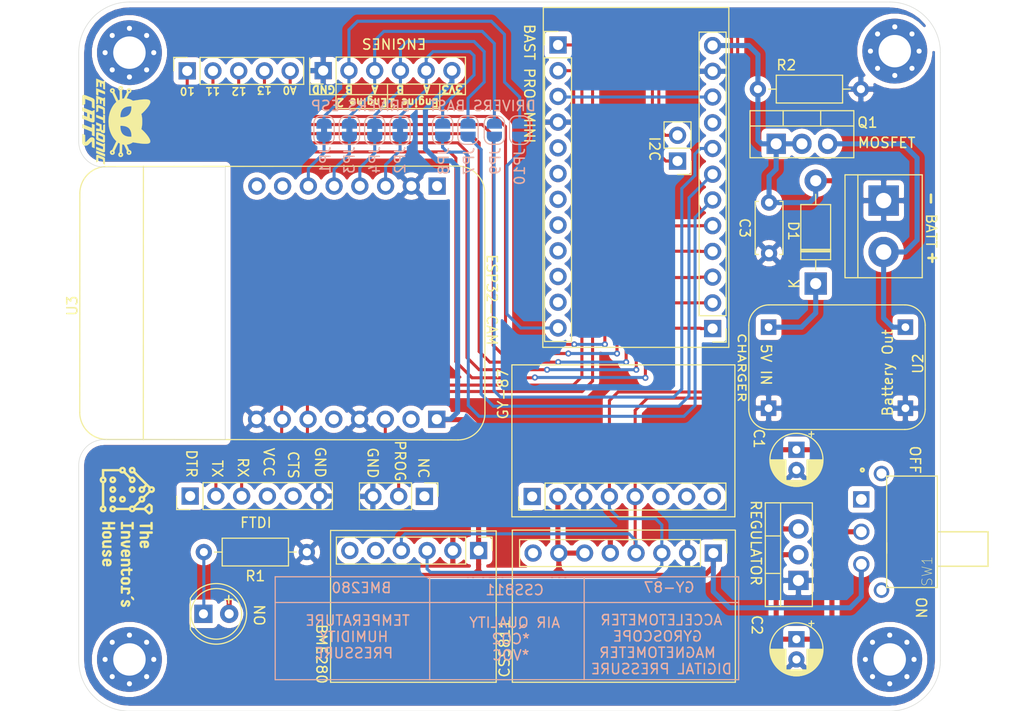
<source format=kicad_pcb>
(kicad_pcb (version 20171130) (host pcbnew "(5.1.0)-1")
  (layers (0 F.Cu signal) (31 B.Cu signal) (34 B.Paste user) (35 F.Paste user) (36 B.SilkS user) (37 F.SilkS user) (38 B.Mask user) (39 F.Mask user) (44 Edge.Cuts user))
  (net 0 "")
  (net 1 GND)
  (net 2 +3V3)
  (net 3 VCC)
  (net 4 "Net-(D2-Pad1)")
  (net 5 /BATT)
  (net 6 /SDA)
  (net 7 /SCL)
  (net 8 "Net-(J3-Pad8)")
  (net 9 /GPIO12)
  (net 10 /GPIO4)
  (net 11 /GPIO15)
  (net 12 /GPIO14)
  (net 13 /CTS)
  (net 14 /RX)
  (net 15 /TX)
  (net 16 /DTR)
  (net 17 /GPIO0)
  (net 18 /GPIO13)
  (net 19 /5V)
  (net 20 /3.3V-5V)
  (net 21 /DRDY)
  (net 22 /INTA)
  (net 23 /FSYNC)
  (net 24 /VCC-IN)
  (net 25 /9)
  (net 26 /8)
  (net 27 /7)
  (net 28 /6)
  (net 29 /5)
  (net 30 /4)
  (net 31 /3)
  (net 32 /2)
  (net 33 /RST)
  (net 34 /A3)
  (net 35 /A2)
  (net 36 /A1)
  (net 37 /A0)
  (net 38 /13)
  (net 39 /12)
  (net 40 /11)
  (net 41 /10)
  (net 42 /GPIO14E)
  (net 43 /GPIO12E)
  (net 44 /GPIO15E)
  (net 45 /GPIO13E)
  (net 46 /SCLE)
  (net 47 "Net-(J2-Pad6)")
  (net 48 "Net-(J2-Pad5)")
  (net 49 /GPIO2)
  (net 50 "Net-(J6-Pad1)")
  (net 51 "Net-(C2-Pad1)")
  (net 52 "Net-(SW1-Pad1)")
  (net 53 "Net-(J7-Pad4)")
  (net 54 "Net-(J10-Pad9)")
  (net 55 "Net-(D1-Pad1)")
  (module Diode_THT:D_DO-41_SOD81_P10.16mm_Horizontal (layer F.Cu) (at 172.7 87.9 90)
    (fp_text reference D1)
    (fp_text value 1N5817)
    (fp_text user K (at 0 -2.1 90) (layer F.SilkS))
    (pad 2 thru_hole oval (at 10.16 0 90) (size 2.2 2.2) (drill 1.1) (layers *.Cu *.Mask) (net 3 VCC))
    (pad 1 thru_hole rect (at 0 0 90) (size 2.2 2.2) (drill 1.1) (layers *.Cu *.Mask) (net 55 "Net-(D1-Pad1)"))
  )
  (module Resistor_THT:R_Axial_DIN0207_L6.3mm_D2.5mm_P10.16mm_Horizontal (layer F.Cu) (at 167 68.7)
    (fp_text reference R2 (at 2.8 -2.37) (layer F.SilkS))
    (fp_text value 47k)
    (pad 2 thru_hole oval (at 10.16 0) (size 1.6 1.6) (drill 0.8) (layers *.Cu *.Mask) (net 1 GND))
    (pad 1 thru_hole circle (at 0 0) (size 1.6 1.6) (drill 0.8) (layers *.Cu *.Mask) (net 3 VCC))
  )
  (module Package_TO_SOT_THT:TO-220-3_Vertical (layer F.Cu) (at 168.8 74.1)
    (fp_text reference Q1 (at 9 -2.1) (layer F.SilkS))
    (fp_text value Q_PMOS_GDS)
    (pad 3 thru_hole oval (at 5.08 0) (size 1.905 2) (drill 1.1) (layers *.Cu *.Mask) (net 5 /BATT))
    (pad 2 thru_hole oval (at 2.54 0) (size 1.905 2) (drill 1.1) (layers *.Cu *.Mask) (net 3 VCC))
    (pad 1 thru_hole rect (at 0 0) (size 1.905 2) (drill 1.1) (layers *.Cu *.Mask) (net 3 VCC))
  )
  (module Connector_PinSocket_2.54mm:PinSocket_1x05_P2.54mm_Vertical (layer F.Cu) (at 110.7 66.9 90)
    (fp_text reference J11)
    (fp_text value "Bast Pin")
    (pad 5 thru_hole oval (at 0 10.16 90) (size 1.7 1.7) (drill 1) (layers *.Cu *.Mask) (net 37 /A0))
    (pad 4 thru_hole oval (at 0 7.62 90) (size 1.7 1.7) (drill 1) (layers *.Cu *.Mask) (net 38 /13))
    (pad 3 thru_hole oval (at 0 5.08 90) (size 1.7 1.7) (drill 1) (layers *.Cu *.Mask) (net 39 /12))
    (pad 2 thru_hole oval (at 0 2.54 90) (size 1.7 1.7) (drill 1) (layers *.Cu *.Mask) (net 40 /11))
    (pad 1 thru_hole rect (at 0 0 90) (size 1.7 1.7) (drill 1) (layers *.Cu *.Mask) (net 41 /10))
  )
  (module connectors:SW_1825116-1 (layer F.Cu) (at 177.2 109.2 270)
    (fp_text reference SW1 (at 7.1 -6.5 270) (layer F.SilkS) (effects (font (size 1.00155 1.00155) (thickness 0.05))))
    (fp_text value "ON Battery")
    (pad 5 thru_hole circle (at -2.55 -1.99 270) (size 1.524 1.524) (drill 1) (layers *.Cu *.Mask))
    (pad 4 thru_hole circle (at 8.96 -1.99 270) (size 1.524 1.524) (drill 1) (layers *.Cu *.Mask))
    (pad 3 thru_hole circle (at 6.4 0 270) (size 1.605 1.605) (drill 1.07) (layers *.Cu *.Mask) (net 2 +3V3))
    (pad 2 thru_hole circle (at 3.2 0 270) (size 1.605 1.605) (drill 1.07) (layers *.Cu *.Mask) (net 51 "Net-(C2-Pad1)"))
    (pad 1 thru_hole rect (at 0 0 270) (size 1.605 1.605) (drill 1.07) (layers *.Cu *.Mask) (net 52 "Net-(SW1-Pad1)"))
  )
  (module Connector_PinHeader_2.54mm:PinHeader_1x03_P2.54mm_Vertical (layer F.Cu) (at 134.1 108.9 270)
    (fp_text reference J6)
    (fp_text value PROG)
    (pad 3 thru_hole oval (at 0 5.08 270) (size 1.7 1.7) (drill 1) (layers *.Cu *.Mask) (net 1 GND))
    (pad 2 thru_hole oval (at 0 2.54 270) (size 1.7 1.7) (drill 1) (layers *.Cu *.Mask) (net 17 /GPIO0))
    (pad 1 thru_hole rect (at 0 0 270) (size 1.7 1.7) (drill 1) (layers *.Cu *.Mask) (net 50 "Net-(J6-Pad1)"))
  )
  (module Rf:ESP32-CAM (layer F.Cu) (at 124.8 89.8 90)
    (fp_text reference U3 (at -0.29 -25.44 90) (layer F.SilkS))
    (fp_text value ESP32-CAM)
    (pad 16 thru_hole circle (at 11.53 -7.23 90) (size 1.7 1.7) (drill 1) (layers *.Cu *.Mask) (net 10 /GPIO4))
    (pad 15 thru_hole circle (at 11.53 -4.69 90) (size 1.7 1.7) (drill 1) (layers *.Cu *.Mask) (net 49 /GPIO2))
    (pad 14 thru_hole circle (at 11.53 -2.15 90) (size 1.7 1.7) (drill 1) (layers *.Cu *.Mask) (net 42 /GPIO14E))
    (pad 13 thru_hole circle (at 11.53 0.39 90) (size 1.7 1.7) (drill 1) (layers *.Cu *.Mask) (net 44 /GPIO15E))
    (pad 12 thru_hole circle (at 11.53 2.93 90) (size 1.7 1.7) (drill 1) (layers *.Cu *.Mask) (net 45 /GPIO13E))
    (pad 11 thru_hole circle (at 11.53 5.47 90) (size 1.7 1.7) (drill 1) (layers *.Cu *.Mask) (net 43 /GPIO12E))
    (pad 10 thru_hole circle (at 11.53 8.01 90) (size 1.7 1.7) (drill 1) (layers *.Cu *.Mask) (net 1 GND))
    (pad 9 thru_hole rect (at 11.53 10.55 90) (size 1.7 1.7) (drill 1) (layers *.Cu *.Mask) (net 19 /5V))
    (pad 8 thru_hole rect (at -11.49 10.52 90) (size 1.7 1.7) (drill 1) (layers *.Cu *.Mask) (net 2 +3V3))
    (pad 7 thru_hole circle (at -11.49 7.98 90) (size 1.7 1.7) (drill 1) (layers *.Cu *.Mask) (net 46 /SCLE))
    (pad 6 thru_hole circle (at -11.49 5.44 90) (size 1.7 1.7) (drill 1) (layers *.Cu *.Mask) (net 17 /GPIO0))
    (pad 5 thru_hole circle (at -11.49 2.9 90) (size 1.7 1.7) (drill 1) (layers *.Cu *.Mask) (net 1 GND))
    (pad 4 thru_hole circle (at -11.49 0.36 90) (size 1.7 1.7) (drill 1) (layers *.Cu *.Mask) (net 20 /3.3V-5V))
    (pad 3 thru_hole circle (at -11.49 -2.18 90) (size 1.7 1.7) (drill 1) (layers *.Cu *.Mask) (net 14 /RX))
    (pad 2 thru_hole circle (at -11.49 -4.72 90) (size 1.7 1.7) (drill 1) (layers *.Cu *.Mask) (net 15 /TX))
    (pad 1 thru_hole circle (at -11.49 -7.26 90) (size 1.7 1.7) (drill 1) (layers *.Cu *.Mask) (net 1 GND))
  )
  (module Batteries:charger_EC_3.3V_battery (layer F.Cu) (at 174.8 96.2 90)
    (fp_text reference U2 (at 0.4 8 90) (layer F.SilkS))
    (fp_text value MCP732831CHARGER)
    (pad 3 thru_hole rect (at 4 6.75 90) (size 1.524 1.524) (drill 0.762) (layers *.Cu *.Mask) (net 5 /BATT))
    (pad 4 thru_hole rect (at -4 6.75 90) (size 1.524 1.524) (drill 0.762) (layers *.Cu *.Mask) (net 1 GND))
    (pad 1 thru_hole rect (at 4 -6.75 90) (size 1.524 1.524) (drill 0.762) (layers *.Cu *.Mask) (net 55 "Net-(D1-Pad1)"))
    (pad 2 thru_hole rect (at -4 -6.75 90) (size 1.524 1.524) (drill 0.762) (layers *.Cu *.Mask) (net 1 GND))
  )
  (module Jumper:SolderJumper-2_P1.3mm_Open_RoundedPad1.0x1.5mm (layer B.Cu) (at 143.5 72.75 90)
    (fp_text reference JP10 (at -3.6 0 90) (layer B.SilkS) (effects (justify mirror)))
    (fp_text value "Engine 2B")
    (pad 2 smd custom (at 0.65 0 90) (size 1 0.5) (layers B.Cu B.Mask) (net 12 /GPIO14) (options (clearance outline) (anchor rect)) (primitives (gr_circle (center 0 -0.25) (end 0.5 -0.25) (width 0)) (gr_circle (center 0 0.25) (end 0.5 0.25) (width 0)) (gr_poly (pts (xy 0 0.75) (xy -0.5 0.75) (xy -0.5 -0.75) (xy 0 -0.75)) (width 0))))
    (pad 1 smd custom (at -0.65 0 90) (size 1 0.5) (layers B.Cu B.Mask) (net 25 /9) (options (clearance outline) (anchor rect)) (primitives (gr_circle (center 0 -0.25) (end 0.5 -0.25) (width 0)) (gr_circle (center 0 0.25) (end 0.5 0.25) (width 0)) (gr_poly (pts (xy 0 0.75) (xy 0.5 0.75) (xy 0.5 -0.75) (xy 0 -0.75)) (width 0))))
  )
  (module Jumper:SolderJumper-2_P1.3mm_Open_RoundedPad1.0x1.5mm (layer B.Cu) (at 141 72.75 90)
    (fp_text reference JP9 (at -3.05 0.1 90) (layer B.SilkS) (effects (justify mirror)))
    (fp_text value "Engine 2A")
    (pad 2 smd custom (at 0.65 0 90) (size 1 0.5) (layers B.Cu B.Mask) (net 11 /GPIO15) (options (clearance outline) (anchor rect)) (primitives (gr_circle (center 0 -0.25) (end 0.5 -0.25) (width 0)) (gr_circle (center 0 0.25) (end 0.5 0.25) (width 0)) (gr_poly (pts (xy 0 0.75) (xy -0.5 0.75) (xy -0.5 -0.75) (xy 0 -0.75)) (width 0))))
    (pad 1 smd custom (at -0.65 0 90) (size 1 0.5) (layers B.Cu B.Mask) (net 34 /A3) (options (clearance outline) (anchor rect)) (primitives (gr_circle (center 0 -0.25) (end 0.5 -0.25) (width 0)) (gr_circle (center 0 0.25) (end 0.5 0.25) (width 0)) (gr_poly (pts (xy 0 0.75) (xy 0.5 0.75) (xy 0.5 -0.75) (xy 0 -0.75)) (width 0))))
  )
  (module Jumper:SolderJumper-2_P1.3mm_Open_RoundedPad1.0x1.5mm (layer B.Cu) (at 135.9 72.75 90)
    (fp_text reference JP8 (at -3.05 0.1 90) (layer B.SilkS) (effects (justify mirror)))
    (fp_text value "Engine 1B")
    (pad 2 smd custom (at 0.65 0 90) (size 1 0.5) (layers B.Cu B.Mask) (net 9 /GPIO12) (options (clearance outline) (anchor rect)) (primitives (gr_circle (center 0 -0.25) (end 0.5 -0.25) (width 0)) (gr_circle (center 0 0.25) (end 0.5 0.25) (width 0)) (gr_poly (pts (xy 0 0.75) (xy -0.5 0.75) (xy -0.5 -0.75) (xy 0 -0.75)) (width 0))))
    (pad 1 smd custom (at -0.65 0 90) (size 1 0.5) (layers B.Cu B.Mask) (net 36 /A1) (options (clearance outline) (anchor rect)) (primitives (gr_circle (center 0 -0.25) (end 0.5 -0.25) (width 0)) (gr_circle (center 0 0.25) (end 0.5 0.25) (width 0)) (gr_poly (pts (xy 0 0.75) (xy 0.5 0.75) (xy 0.5 -0.75) (xy 0 -0.75)) (width 0))))
  )
  (module Jumper:SolderJumper-2_P1.3mm_Open_RoundedPad1.0x1.5mm (layer B.Cu) (at 138.4 72.75 90)
    (fp_text reference JP7 (at -3.05 0.1 90) (layer B.SilkS) (effects (justify mirror)))
    (fp_text value "Engine 1 A")
    (pad 2 smd custom (at 0.65 0 90) (size 1 0.5) (layers B.Cu B.Mask) (net 18 /GPIO13) (options (clearance outline) (anchor rect)) (primitives (gr_circle (center 0 -0.25) (end 0.5 -0.25) (width 0)) (gr_circle (center 0 0.25) (end 0.5 0.25) (width 0)) (gr_poly (pts (xy 0 0.75) (xy -0.5 0.75) (xy -0.5 -0.75) (xy 0 -0.75)) (width 0))))
    (pad 1 smd custom (at -0.65 0 90) (size 1 0.5) (layers B.Cu B.Mask) (net 35 /A2) (options (clearance outline) (anchor rect)) (primitives (gr_circle (center 0 -0.25) (end 0.5 -0.25) (width 0)) (gr_circle (center 0 0.25) (end 0.5 0.25) (width 0)) (gr_poly (pts (xy 0 0.75) (xy 0.5 0.75) (xy 0.5 -0.75) (xy 0 -0.75)) (width 0))))
  )
  (module Aesthetics:huntercat_135x74 (layer F.Cu) (at 104.8 112.9 270)
    (fp_text reference G*** hide)
    (fp_text value LOGO hide)
  )
  (module Aesthetics:electronic_cats_logo_8x6 (layer F.Cu) (at 103.7 71.9 270)
    (fp_text reference G*** hide)
    (fp_text value LOGO hide)
  )
  (module Connector_PinHeader_2.54mm:PinHeader_1x06_P2.54mm_Vertical (layer F.Cu) (at 139.445 114.254 270)
    (fp_text reference J2)
    (fp_text value BME280)
    (pad 6 thru_hole oval (at 0 12.7 270) (size 1.7 1.7) (drill 1) (layers *.Cu *.Mask) (net 47 "Net-(J2-Pad6)"))
    (pad 5 thru_hole oval (at 0 10.16 270) (size 1.7 1.7) (drill 1) (layers *.Cu *.Mask) (net 48 "Net-(J2-Pad5)"))
    (pad 4 thru_hole oval (at 0 7.62 270) (size 1.7 1.7) (drill 1) (layers *.Cu *.Mask) (net 6 /SDA))
    (pad 3 thru_hole oval (at 0 5.08 270) (size 1.7 1.7) (drill 1) (layers *.Cu *.Mask) (net 7 /SCL))
    (pad 2 thru_hole oval (at 0 2.54 270) (size 1.7 1.7) (drill 1) (layers *.Cu *.Mask) (net 1 GND))
    (pad 1 thru_hole rect (at 0 0 270) (size 1.7 1.7) (drill 1) (layers *.Cu *.Mask) (net 2 +3V3))
  )
  (module Jumper:SolderJumper-2_P1.3mm_Bridged_RoundedPad1.0x1.5mm (layer B.Cu) (at 129.2 72.771 90)
    (fp_text reference JP4 (at -2.921 0 90) (layer B.SilkS) (effects (justify mirror)))
    (fp_text value "Engine 1B")
    (fp_poly (pts (xy 0.25 0.3) (xy -0.25 0.3) (xy -0.25 -0.3) (xy 0.25 -0.3)) (layer B.Cu) (width 0))
    (pad 1 smd custom (at -0.65 0 90) (size 1 0.5) (layers B.Cu B.Mask) (net 45 /GPIO13E) (options (clearance outline) (anchor rect)) (primitives (gr_circle (center 0 -0.25) (end 0.5 -0.25) (width 0)) (gr_circle (center 0 0.25) (end 0.5 0.25) (width 0)) (gr_poly (pts (xy 0 0.75) (xy 0.5 0.75) (xy 0.5 -0.75) (xy 0 -0.75)) (width 0))))
    (pad 2 smd custom (at 0.65 0 90) (size 1 0.5) (layers B.Cu B.Mask) (net 18 /GPIO13) (options (clearance outline) (anchor rect)) (primitives (gr_circle (center 0 -0.25) (end 0.5 -0.25) (width 0)) (gr_circle (center 0 0.25) (end 0.5 0.25) (width 0)) (gr_poly (pts (xy 0 0.75) (xy -0.5 0.75) (xy -0.5 -0.75) (xy 0 -0.75)) (width 0))))
  )
  (module Jumper:SolderJumper-2_P1.3mm_Bridged_RoundedPad1.0x1.5mm (layer B.Cu) (at 126.7 72.756 90)
    (fp_text reference JP3 (at -2.936 0 90) (layer B.SilkS) (effects (justify mirror)))
    (fp_text value "Engine 2A")
    (fp_poly (pts (xy 0.25 0.3) (xy -0.25 0.3) (xy -0.25 -0.3) (xy 0.25 -0.3)) (layer B.Cu) (width 0))
    (pad 1 smd custom (at -0.65 0 90) (size 1 0.5) (layers B.Cu B.Mask) (net 44 /GPIO15E) (options (clearance outline) (anchor rect)) (primitives (gr_circle (center 0 -0.25) (end 0.5 -0.25) (width 0)) (gr_circle (center 0 0.25) (end 0.5 0.25) (width 0)) (gr_poly (pts (xy 0 0.75) (xy 0.5 0.75) (xy 0.5 -0.75) (xy 0 -0.75)) (width 0))))
    (pad 2 smd custom (at 0.65 0 90) (size 1 0.5) (layers B.Cu B.Mask) (net 11 /GPIO15) (options (clearance outline) (anchor rect)) (primitives (gr_circle (center 0 -0.25) (end 0.5 -0.25) (width 0)) (gr_circle (center 0 0.25) (end 0.5 0.25) (width 0)) (gr_poly (pts (xy 0 0.75) (xy -0.5 0.75) (xy -0.5 -0.75) (xy 0 -0.75)) (width 0))))
  )
  (module Jumper:SolderJumper-2_P1.3mm_Bridged_RoundedPad1.0x1.5mm (layer B.Cu) (at 131.7 72.771 90)
    (fp_text reference JP2 (at -2.921 0 90) (layer B.SilkS) (effects (justify mirror)))
    (fp_text value "Engine 1A")
    (fp_poly (pts (xy 0.25 0.3) (xy -0.25 0.3) (xy -0.25 -0.3) (xy 0.25 -0.3)) (layer B.Cu) (width 0))
    (pad 1 smd custom (at -0.65 0 90) (size 1 0.5) (layers B.Cu B.Mask) (net 43 /GPIO12E) (options (clearance outline) (anchor rect)) (primitives (gr_circle (center 0 -0.25) (end 0.5 -0.25) (width 0)) (gr_circle (center 0 0.25) (end 0.5 0.25) (width 0)) (gr_poly (pts (xy 0 0.75) (xy 0.5 0.75) (xy 0.5 -0.75) (xy 0 -0.75)) (width 0))))
    (pad 2 smd custom (at 0.65 0 90) (size 1 0.5) (layers B.Cu B.Mask) (net 9 /GPIO12) (options (clearance outline) (anchor rect)) (primitives (gr_circle (center 0 -0.25) (end 0.5 -0.25) (width 0)) (gr_circle (center 0 0.25) (end 0.5 0.25) (width 0)) (gr_poly (pts (xy 0 0.75) (xy -0.5 0.75) (xy -0.5 -0.75) (xy 0 -0.75)) (width 0))))
  )
  (module Jumper:SolderJumper-2_P1.3mm_Bridged_RoundedPad1.0x1.5mm (layer B.Cu) (at 124.2 72.756 90)
    (fp_text reference JP1 (at -2.936 0.127 90) (layer B.SilkS) (effects (justify mirror)))
    (fp_text value "Engine 2B")
    (fp_poly (pts (xy 0.25 0.3) (xy -0.25 0.3) (xy -0.25 -0.3) (xy 0.25 -0.3)) (layer B.Cu) (width 0))
    (pad 1 smd custom (at -0.65 0 90) (size 1 0.5) (layers B.Cu B.Mask) (net 42 /GPIO14E) (options (clearance outline) (anchor rect)) (primitives (gr_circle (center 0 -0.25) (end 0.5 -0.25) (width 0)) (gr_circle (center 0 0.25) (end 0.5 0.25) (width 0)) (gr_poly (pts (xy 0 0.75) (xy 0.5 0.75) (xy 0.5 -0.75) (xy 0 -0.75)) (width 0))))
    (pad 2 smd custom (at 0.65 0 90) (size 1 0.5) (layers B.Cu B.Mask) (net 12 /GPIO14) (options (clearance outline) (anchor rect)) (primitives (gr_circle (center 0 -0.25) (end 0.5 -0.25) (width 0)) (gr_circle (center 0 0.25) (end 0.5 0.25) (width 0)) (gr_poly (pts (xy 0 0.75) (xy -0.5 0.75) (xy -0.5 -0.75) (xy 0 -0.75)) (width 0))))
  )
  (module Connector_PinHeader_2.54mm:PinHeader_1x12_P2.54mm_Vertical (layer F.Cu) (at 162.53 92.34 180)
    (fp_text reference J10)
    (fp_text value Analog)
    (pad 12 thru_hole oval (at 0 27.94 180) (size 1.7 1.7) (drill 1) (layers *.Cu *.Mask) (net 3 VCC))
    (pad 11 thru_hole oval (at 0 25.4 180) (size 1.7 1.7) (drill 1) (layers *.Cu *.Mask) (net 1 GND))
    (pad 10 thru_hole oval (at 0 22.86 180) (size 1.7 1.7) (drill 1) (layers *.Cu *.Mask) (net 33 /RST))
    (pad 9 thru_hole oval (at 0 20.32 180) (size 1.7 1.7) (drill 1) (layers *.Cu *.Mask) (net 54 "Net-(J10-Pad9)"))
    (pad 8 thru_hole oval (at 0 17.78 180) (size 1.7 1.7) (drill 1) (layers *.Cu *.Mask) (net 34 /A3))
    (pad 7 thru_hole oval (at 0 15.24 180) (size 1.7 1.7) (drill 1) (layers *.Cu *.Mask) (net 35 /A2))
    (pad 6 thru_hole oval (at 0 12.7 180) (size 1.7 1.7) (drill 1) (layers *.Cu *.Mask) (net 36 /A1))
    (pad 5 thru_hole oval (at 0 10.16 180) (size 1.7 1.7) (drill 1) (layers *.Cu *.Mask) (net 37 /A0))
    (pad 4 thru_hole oval (at 0 7.62 180) (size 1.7 1.7) (drill 1) (layers *.Cu *.Mask) (net 38 /13))
    (pad 3 thru_hole oval (at 0 5.08 180) (size 1.7 1.7) (drill 1) (layers *.Cu *.Mask) (net 39 /12))
    (pad 2 thru_hole oval (at 0 2.54 180) (size 1.7 1.7) (drill 1) (layers *.Cu *.Mask) (net 40 /11))
    (pad 1 thru_hole rect (at 0 0 180) (size 1.7 1.7) (drill 1) (layers *.Cu *.Mask) (net 41 /10))
  )
  (module Connector_PinHeader_2.54mm:PinHeader_1x02_P2.54mm_Vertical (layer F.Cu) (at 159.07 75.8 180)
    (fp_text reference J9)
    (fp_text value i2c)
    (pad 2 thru_hole oval (at 0 2.54 180) (size 1.7 1.7) (drill 1) (layers *.Cu *.Mask) (net 7 /SCL))
    (pad 1 thru_hole rect (at 0 0 180) (size 1.7 1.7) (drill 1) (layers *.Cu *.Mask) (net 6 /SDA))
  )
  (module Connector_PinHeader_2.54mm:PinHeader_1x12_P2.54mm_Vertical (layer F.Cu) (at 147.28 64.34)
    (fp_text reference J8)
    (fp_text value Digital)
    (pad 12 thru_hole oval (at 0 27.94) (size 1.7 1.7) (drill 1) (layers *.Cu *.Mask) (net 25 /9))
    (pad 11 thru_hole oval (at 0 25.4) (size 1.7 1.7) (drill 1) (layers *.Cu *.Mask) (net 26 /8))
    (pad 10 thru_hole oval (at 0 22.86) (size 1.7 1.7) (drill 1) (layers *.Cu *.Mask) (net 27 /7))
    (pad 9 thru_hole oval (at 0 20.32) (size 1.7 1.7) (drill 1) (layers *.Cu *.Mask) (net 28 /6))
    (pad 8 thru_hole oval (at 0 17.78) (size 1.7 1.7) (drill 1) (layers *.Cu *.Mask) (net 29 /5))
    (pad 7 thru_hole oval (at 0 15.24) (size 1.7 1.7) (drill 1) (layers *.Cu *.Mask) (net 30 /4))
    (pad 6 thru_hole oval (at 0 12.7) (size 1.7 1.7) (drill 1) (layers *.Cu *.Mask) (net 31 /3))
    (pad 5 thru_hole oval (at 0 10.16) (size 1.7 1.7) (drill 1) (layers *.Cu *.Mask) (net 32 /2))
    (pad 4 thru_hole oval (at 0 7.62) (size 1.7 1.7) (drill 1) (layers *.Cu *.Mask) (net 1 GND))
    (pad 3 thru_hole oval (at 0 5.08) (size 1.7 1.7) (drill 1) (layers *.Cu *.Mask) (net 33 /RST))
    (pad 2 thru_hole oval (at 0 2.54) (size 1.7 1.7) (drill 1) (layers *.Cu *.Mask) (net 15 /TX))
    (pad 1 thru_hole rect (at 0 0) (size 1.7 1.7) (drill 1) (layers *.Cu *.Mask) (net 14 /RX))
  )
  (module Connector_PinHeader_2.54mm:PinHeader_1x08_P2.54mm_Vertical (layer F.Cu) (at 144.73 108.92 90)
    (fp_text reference J5)
    (fp_text value GY-87 (at 10.114 -2.871 -90) (layer F.SilkS))
    (pad 8 thru_hole oval (at 0 17.78 90) (size 1.7 1.7) (drill 1) (layers *.Cu *.Mask) (net 21 /DRDY))
    (pad 7 thru_hole oval (at 0 15.24 90) (size 1.7 1.7) (drill 1) (layers *.Cu *.Mask) (net 22 /INTA))
    (pad 6 thru_hole oval (at 0 12.7 90) (size 1.7 1.7) (drill 1) (layers *.Cu *.Mask) (net 23 /FSYNC))
    (pad 5 thru_hole oval (at 0 10.16 90) (size 1.7 1.7) (drill 1) (layers *.Cu *.Mask) (net 6 /SDA))
    (pad 4 thru_hole oval (at 0 7.62 90) (size 1.7 1.7) (drill 1) (layers *.Cu *.Mask) (net 7 /SCL))
    (pad 3 thru_hole oval (at 0 5.08 90) (size 1.7 1.7) (drill 1) (layers *.Cu *.Mask) (net 1 GND))
    (pad 2 thru_hole oval (at 0 2.54 90) (size 1.7 1.7) (drill 1) (layers *.Cu *.Mask) (net 2 +3V3))
    (pad 1 thru_hole rect (at 0 0 90) (size 1.7 1.7) (drill 1) (layers *.Cu *.Mask) (net 24 /VCC-IN))
  )
  (module MountingHole:MountingHole_3.2mm_M3_Pad_Via (layer F.Cu) (at 105 125)
    (fp_text reference REF**)
    (fp_text value MountingHole_3.2mm_M3_Pad_Via)
    (pad 1 thru_hole circle (at 0 0) (size 6.4 6.4) (drill 3.2) (layers *.Cu *.Mask))
    (pad 1 thru_hole circle (at 2.4 0) (size 0.8 0.8) (drill 0.5) (layers *.Cu *.Mask))
    (pad 1 thru_hole circle (at 1.697056 1.697056) (size 0.8 0.8) (drill 0.5) (layers *.Cu *.Mask))
    (pad 1 thru_hole circle (at 0 2.4) (size 0.8 0.8) (drill 0.5) (layers *.Cu *.Mask))
    (pad 1 thru_hole circle (at -1.697056 1.697056) (size 0.8 0.8) (drill 0.5) (layers *.Cu *.Mask))
    (pad 1 thru_hole circle (at -2.4 0) (size 0.8 0.8) (drill 0.5) (layers *.Cu *.Mask))
    (pad 1 thru_hole circle (at -1.697056 -1.697056) (size 0.8 0.8) (drill 0.5) (layers *.Cu *.Mask))
    (pad 1 thru_hole circle (at 0 -2.4) (size 0.8 0.8) (drill 0.5) (layers *.Cu *.Mask))
    (pad 1 thru_hole circle (at 1.697056 -1.697056) (size 0.8 0.8) (drill 0.5) (layers *.Cu *.Mask))
  )
  (module MountingHole:MountingHole_3.2mm_M3_Pad_Via (layer F.Cu) (at 105 65.1)
    (fp_text reference REF**)
    (fp_text value MountingHole_3.2mm_M3_Pad_Via)
    (pad 1 thru_hole circle (at 1.697056 -1.697056) (size 0.8 0.8) (drill 0.5) (layers *.Cu *.Mask))
    (pad 1 thru_hole circle (at 0 -2.4) (size 0.8 0.8) (drill 0.5) (layers *.Cu *.Mask))
    (pad 1 thru_hole circle (at -1.697056 -1.697056) (size 0.8 0.8) (drill 0.5) (layers *.Cu *.Mask))
    (pad 1 thru_hole circle (at -2.4 0) (size 0.8 0.8) (drill 0.5) (layers *.Cu *.Mask))
    (pad 1 thru_hole circle (at -1.697056 1.697056) (size 0.8 0.8) (drill 0.5) (layers *.Cu *.Mask))
    (pad 1 thru_hole circle (at 0 2.4) (size 0.8 0.8) (drill 0.5) (layers *.Cu *.Mask))
    (pad 1 thru_hole circle (at 1.697056 1.697056) (size 0.8 0.8) (drill 0.5) (layers *.Cu *.Mask))
    (pad 1 thru_hole circle (at 2.4 0) (size 0.8 0.8) (drill 0.5) (layers *.Cu *.Mask))
    (pad 1 thru_hole circle (at 0 0) (size 6.4 6.4) (drill 3.2) (layers *.Cu *.Mask))
  )
  (module MountingHole:MountingHole_3.2mm_M3_Pad_Via (layer F.Cu) (at 180.5 64.95)
    (fp_text reference REF**)
    (fp_text value MountingHole_3.2mm_M3_Pad_Via)
    (pad 1 thru_hole circle (at 0 0) (size 6.4 6.4) (drill 3.2) (layers *.Cu *.Mask))
    (pad 1 thru_hole circle (at 2.4 0) (size 0.8 0.8) (drill 0.5) (layers *.Cu *.Mask))
    (pad 1 thru_hole circle (at 1.697056 1.697056) (size 0.8 0.8) (drill 0.5) (layers *.Cu *.Mask))
    (pad 1 thru_hole circle (at 0 2.4) (size 0.8 0.8) (drill 0.5) (layers *.Cu *.Mask))
    (pad 1 thru_hole circle (at -1.697056 1.697056) (size 0.8 0.8) (drill 0.5) (layers *.Cu *.Mask))
    (pad 1 thru_hole circle (at -2.4 0) (size 0.8 0.8) (drill 0.5) (layers *.Cu *.Mask))
    (pad 1 thru_hole circle (at -1.697056 -1.697056) (size 0.8 0.8) (drill 0.5) (layers *.Cu *.Mask))
    (pad 1 thru_hole circle (at 0 -2.4) (size 0.8 0.8) (drill 0.5) (layers *.Cu *.Mask))
    (pad 1 thru_hole circle (at 1.697056 -1.697056) (size 0.8 0.8) (drill 0.5) (layers *.Cu *.Mask))
  )
  (module MountingHole:MountingHole_3.2mm_M3_Pad_Via (layer F.Cu) (at 180 125)
    (fp_text reference REF**)
    (fp_text value MountingHole_3.2mm_M3_Pad_Via)
    (pad 1 thru_hole circle (at 1.697056 -1.697056) (size 0.8 0.8) (drill 0.5) (layers *.Cu *.Mask))
    (pad 1 thru_hole circle (at 0 -2.4) (size 0.8 0.8) (drill 0.5) (layers *.Cu *.Mask))
    (pad 1 thru_hole circle (at -1.697056 -1.697056) (size 0.8 0.8) (drill 0.5) (layers *.Cu *.Mask))
    (pad 1 thru_hole circle (at -2.4 0) (size 0.8 0.8) (drill 0.5) (layers *.Cu *.Mask))
    (pad 1 thru_hole circle (at -1.697056 1.697056) (size 0.8 0.8) (drill 0.5) (layers *.Cu *.Mask))
    (pad 1 thru_hole circle (at 0 2.4) (size 0.8 0.8) (drill 0.5) (layers *.Cu *.Mask))
    (pad 1 thru_hole circle (at 1.697056 1.697056) (size 0.8 0.8) (drill 0.5) (layers *.Cu *.Mask))
    (pad 1 thru_hole circle (at 2.4 0) (size 0.8 0.8) (drill 0.5) (layers *.Cu *.Mask))
    (pad 1 thru_hole circle (at 0 0) (size 6.4 6.4) (drill 3.2) (layers *.Cu *.Mask))
  )
  (module Package_TO_SOT_THT:TO-220-3_Vertical (layer F.Cu) (at 171 117.2 90)
    (fp_text reference U1)
    (fp_text value LD1117A33)
    (pad 3 thru_hole oval (at 5.08 0 90) (size 1.905 2) (drill 1.1) (layers *.Cu *.Mask) (net 3 VCC))
    (pad 2 thru_hole oval (at 2.54 0 90) (size 1.905 2) (drill 1.1) (layers *.Cu *.Mask) (net 51 "Net-(C2-Pad1)"))
    (pad 1 thru_hole rect (at 0 0 90) (size 1.905 2) (drill 1.1) (layers *.Cu *.Mask) (net 1 GND))
  )
  (module Resistor_THT:R_Axial_DIN0207_L6.3mm_D2.5mm_P10.16mm_Horizontal (layer F.Cu) (at 122.5 114.4 180)
    (fp_text reference R1 (at 5.08 -2.37 180) (layer F.SilkS))
    (fp_text value 330)
    (pad 2 thru_hole oval (at 10.16 0 180) (size 1.6 1.6) (drill 0.8) (layers *.Cu *.Mask) (net 4 "Net-(D2-Pad1)"))
    (pad 1 thru_hole circle (at 0 0 180) (size 1.6 1.6) (drill 0.8) (layers *.Cu *.Mask) (net 1 GND))
  )
  (module Connector_PinHeader_2.54mm:PinHeader_1x06_P2.54mm_Vertical (layer F.Cu) (at 110.99 108.876 90)
    (fp_text reference J7)
    (fp_text value FTDI (at -2.63 6.485 180) (layer F.SilkS))
    (pad 6 thru_hole oval (at 0 12.7 90) (size 1.7 1.7) (drill 1) (layers *.Cu *.Mask) (net 1 GND))
    (pad 5 thru_hole oval (at 0 10.16 90) (size 1.7 1.7) (drill 1) (layers *.Cu *.Mask) (net 13 /CTS))
    (pad 4 thru_hole oval (at 0 7.62 90) (size 1.7 1.7) (drill 1) (layers *.Cu *.Mask) (net 53 "Net-(J7-Pad4)"))
    (pad 3 thru_hole oval (at 0 5.08 90) (size 1.7 1.7) (drill 1) (layers *.Cu *.Mask) (net 14 /RX))
    (pad 2 thru_hole oval (at 0 2.54 90) (size 1.7 1.7) (drill 1) (layers *.Cu *.Mask) (net 15 /TX))
    (pad 1 thru_hole rect (at 0 0 90) (size 1.7 1.7) (drill 1) (layers *.Cu *.Mask) (net 16 /DTR))
  )
  (module Connector_PinHeader_2.54mm:PinHeader_1x06_P2.54mm_Vertical (layer F.Cu) (at 124.115 66.872 90)
    (fp_text reference J4)
    (fp_text value DRIVERS)
    (pad 6 thru_hole oval (at 0 12.7 90) (size 1.7 1.7) (drill 1) (layers *.Cu *.Mask) (net 2 +3V3))
    (pad 5 thru_hole oval (at 0 10.16 90) (size 1.7 1.7) (drill 1) (layers *.Cu *.Mask) (net 9 /GPIO12))
    (pad 4 thru_hole oval (at 0 7.62 90) (size 1.7 1.7) (drill 1) (layers *.Cu *.Mask) (net 18 /GPIO13))
    (pad 3 thru_hole oval (at 0 5.08 90) (size 1.7 1.7) (drill 1) (layers *.Cu *.Mask) (net 11 /GPIO15))
    (pad 2 thru_hole oval (at 0 2.54 90) (size 1.7 1.7) (drill 1) (layers *.Cu *.Mask) (net 12 /GPIO14))
    (pad 1 thru_hole rect (at 0 0 90) (size 1.7 1.7) (drill 1) (layers *.Cu *.Mask) (net 1 GND))
  )
  (module Connector_PinHeader_2.54mm:PinHeader_1x08_P2.54mm_Vertical (layer F.Cu) (at 162.6 114.5 270)
    (fp_text reference J3)
    (fp_text value CSS811 (at 9.4 20.6 270) (layer F.SilkS))
    (pad 8 thru_hole oval (at 0 17.78 270) (size 1.7 1.7) (drill 1) (layers *.Cu *.Mask) (net 8 "Net-(J3-Pad8)"))
    (pad 7 thru_hole oval (at 0 15.24 270) (size 1.7 1.7) (drill 1) (layers *.Cu *.Mask) (net 2 +3V3))
    (pad 6 thru_hole oval (at 0 12.7 270) (size 1.7 1.7) (drill 1) (layers *.Cu *.Mask) (net 2 +3V3))
    (pad 5 thru_hole oval (at 0 10.16 270) (size 1.7 1.7) (drill 1) (layers *.Cu *.Mask) (net 1 GND))
    (pad 4 thru_hole oval (at 0 7.62 270) (size 1.7 1.7) (drill 1) (layers *.Cu *.Mask) (net 6 /SDA))
    (pad 3 thru_hole oval (at 0 5.08 270) (size 1.7 1.7) (drill 1) (layers *.Cu *.Mask) (net 7 /SCL))
    (pad 2 thru_hole oval (at 0 2.54 270) (size 1.7 1.7) (drill 1) (layers *.Cu *.Mask) (net 1 GND))
    (pad 1 thru_hole rect (at 0 0 270) (size 1.7 1.7) (drill 1) (layers *.Cu *.Mask) (net 2 +3V3))
  )
  (module TerminalBlock:TerminalBlock_bornier-2_P5.08mm (layer F.Cu) (at 179.4 79.7 270)
    (fp_text reference J1)
    (fp_text value BATT)
    (pad 2 thru_hole circle (at 5.08 0 270) (size 3 3) (drill 1.52) (layers *.Cu *.Mask) (net 5 /BATT))
    (pad 1 thru_hole rect (at 0 0 270) (size 3 3) (drill 1.52) (layers *.Cu *.Mask) (net 1 GND))
  )
  (module LED_THT:LED_D5.0mm (layer F.Cu) (at 112.3 120.5)
    (fp_text reference D2)
    (fp_text value ON (at 5.588 0.127 -90) (layer F.SilkS))
    (pad 2 thru_hole circle (at 2.54 0) (size 1.8 1.8) (drill 0.9) (layers *.Cu *.Mask) (net 2 +3V3))
    (pad 1 thru_hole rect (at 0 0) (size 1.8 1.8) (drill 0.9) (layers *.Cu *.Mask) (net 4 "Net-(D2-Pad1)"))
  )
  (module Capacitor_THT:C_Disc_D5.0mm_W2.5mm_P5.00mm (layer F.Cu) (at 168.1 79.9 270)
    (fp_text reference C3)
    (fp_text value 0.1uf)
    (pad 2 thru_hole circle (at 5 0 270) (size 1.6 1.6) (drill 0.8) (layers *.Cu *.Mask) (net 1 GND))
    (pad 1 thru_hole circle (at 0 0 270) (size 1.6 1.6) (drill 0.8) (layers *.Cu *.Mask) (net 3 VCC))
  )
  (module Capacitor_THT:CP_Radial_D5.0mm_P2.00mm (layer F.Cu) (at 170.8 123 270)
    (fp_text reference C2)
    (fp_text value 10uf)
    (pad 2 thru_hole circle (at 2 0 270) (size 1.6 1.6) (drill 0.8) (layers *.Cu *.Mask) (net 1 GND))
    (pad 1 thru_hole rect (at 0 0 270) (size 1.6 1.6) (drill 0.8) (layers *.Cu *.Mask) (net 51 "Net-(C2-Pad1)"))
  )
  (module Capacitor_THT:CP_Radial_D5.0mm_P2.00mm (layer F.Cu) (at 170.8 104.3 270)
    (fp_text reference C1)
    (fp_text value 10uf)
    (pad 2 thru_hole circle (at 2 0 270) (size 1.6 1.6) (drill 0.8) (layers *.Cu *.Mask) (net 1 GND))
    (pad 1 thru_hole rect (at 0 0 270) (size 1.6 1.6) (drill 0.8) (layers *.Cu *.Mask) (net 3 VCC))
  )
  (gr_text ON (at 183.1 119.9 270) (layer F.SilkS) (effects (font (size 1 1))))
  (gr_text I2C (at 156.8 74.6 270) (layer F.SilkS) (effects (font (size 1 1))))
  (gr_text "D1\n" (at 170.5 82.7 270) (layer F.SilkS) (effects (font (size 1 1))))
  (gr_text MOSFET (at 179.7 74) (layer F.SilkS) (effects (font (size 1 1))))
  (gr_text 10 (at 110.7 68.9 180) (layer F.SilkS) (effects (font (size 0.75 0.75))))
  (gr_text 11 (at 113.2 68.9 180) (layer F.SilkS) (effects (font (size 0.75 0.75))))
  (gr_text 12 (at 115.8 68.9 180) (layer F.SilkS) (effects (font (size 0.75 0.75))))
  (gr_text 13 (at 118.3 68.8 180) (layer F.SilkS) (effects (font (size 0.75 0.75))))
  (gr_text A0 (at 120.8 68.8 180) (layer F.SilkS) (effects (font (size 0.75 0.75))))
  (gr_text OFF (at 182.5 105.3 270) (layer F.SilkS) (effects (font (size 1 1))))
  (gr_text + (at 114.8 119) (layer F.SilkS) (effects (font (size 1 1))))
  (gr_text NC (at 134 106.1 270) (layer F.SilkS) (effects (font (size 1 1))))
  (gr_text GND (at 129 105.6 270) (layer F.SilkS) (effects (font (size 1 1))))
  (gr_text PROG (at 131.7 105.4 270) (layer F.SilkS) (effects (font (size 1 1))))
  (gr_text "Battery Out" (at 179.8 96.7 90) (layer F.SilkS) (effects (font (size 1 1))))
  (gr_text "5V IN" (at 167.8 95.9 270) (layer F.SilkS) (effects (font (size 1 1))))
  (gr_line (start 119.38 119.38) (end 165.1 119.38) (layer B.SilkS) (width 0.12))
  (gr_line (start 149.86 116.84) (end 149.86 127) (layer B.SilkS) (width 0.12))
  (gr_line (start 134.62 116.84) (end 134.62 127) (layer B.SilkS) (width 0.12))
  (gr_line (start 165.1 116.84) (end 165.1 127) (layer B.SilkS) (width 0.12))
  (gr_line (start 119.38 116.84) (end 165.1 116.84) (layer B.SilkS) (width 0.12))
  (gr_line (start 119.38 127) (end 119.38 116.84) (layer B.SilkS) (width 0.12))
  (gr_line (start 134.62 127) (end 119.38 127) (layer B.SilkS) (width 0.12))
  (gr_line (start 165.1 127) (end 134.62 127) (layer B.SilkS) (width 0.12))
  (gr_text "GY-87  \n\nACCELETOMETER\n GYROSCOPE\n MAGNETOMETER\n DIGITAL PRESSURE " (at 157.48 121.92) (layer B.SilkS) (effects (font (size 1 1)) (justify mirror)))
  (gr_text "CSS811\n\nAIR QUALITY\n *CO2\n *VOC\n   " (at 143.002 122.174) (layer B.SilkS) (effects (font (size 1 1)) (justify mirror)))
  (gr_text "BME280 \n\nTEMPERATURE\n HUMIDITY\n PRESSURE" (at 127.508 121.158) (layer B.SilkS) (effects (font (size 1 1)) (justify mirror)))
  (gr_text "C3\n" (at 165.7 82.4 270) (layer F.SilkS) (effects (font (size 1 1))))
  (gr_text "BATT\n" (at 184.1 82.7 270) (layer F.SilkS) (effects (font (size 1 1))))
  (gr_text + (at 184.2 85.3) (layer F.SilkS) (effects (font (size 1 1) (thickness 0.25))))
  (gr_text - (at 184 79.5 90) (layer F.SilkS) (effects (font (size 1 1) (thickness 0.25))))
  (gr_text "C1\n" (at 167.1 103.2 270) (layer F.SilkS) (effects (font (size 1 1))))
  (gr_text "C2\n" (at 166.9 121.6 270) (layer F.SilkS) (effects (font (size 1 1))))
  (gr_text REGULATOR (at 166.8 113.5 270) (layer F.SilkS) (effects (font (size 1 1))))
  (gr_text BME280 (at 123.952 124.46 270) (layer F.SilkS) (effects (font (size 1 1))))
  (gr_text ESP32-CAM (at 140.75 89.5 270) (layer F.SilkS) (effects (font (size 1 1))))
  (gr_arc (start 102.5 105.8) (end 102.5 103.3) (angle -90) (layer Edge.Cuts) (width 0.05))
  (gr_arc (start 102.5 73.9) (end 100 73.9) (angle -90) (layer Edge.Cuts) (width 0.05))
  (gr_text ENGINES (at 131.1 64.205 180) (layer F.SilkS) (effects (font (size 1 1))))
  (gr_text "DRIVERS ESP\n" (at 127.8 70.358) (layer B.SilkS) (effects (font (size 1 1)) (justify mirror)))
  (gr_text GND (at 124.16 68.72 180) (layer F.SilkS) (effects (font (size 0.75 0.75) (thickness 0.18))))
  (gr_text B (at 126.67 68.72 180) (layer F.SilkS) (effects (font (size 0.75 0.75) (thickness 0.18))))
  (gr_text A (at 129.21 68.72 180) (layer F.SilkS) (effects (font (size 0.75 0.75) (thickness 0.18))))
  (gr_text B (at 131.72 68.73 180) (layer F.SilkS) (effects (font (size 0.75 0.75) (thickness 0.18))))
  (gr_text A (at 134.34 68.7 180) (layer F.SilkS) (effects (font (size 0.75 0.75) (thickness 0.18))))
  (gr_text "Engine 2" (at 127.93 70 180) (layer F.SilkS) (effects (font (size 0.75 0.75) (thickness 0.18))))
  (gr_text "Engine 1" (at 133 70.02 180) (layer F.SilkS) (effects (font (size 0.75 0.75) (thickness 0.18))))
  (gr_line (start 130.4588 69.418) (end 130.45 70.61) (layer F.SilkS) (width 0.12))
  (gr_line (start 125.3788 70.62) (end 125.3788 69.3672) (layer F.SilkS) (width 0.12))
  (gr_line (start 135.615 70.62) (end 125.3788 70.62) (layer F.SilkS) (width 0.12))
  (gr_line (start 135.615 69.418) (end 135.615 70.62) (layer F.SilkS) (width 0.12))
  (gr_text 3V3 (at 136.83 68.72 180) (layer F.SilkS) (effects (font (size 0.75 0.75) (thickness 0.1875))))
  (gr_line (start 125.3788 68.1988) (end 125.3788 69.418) (layer F.SilkS) (width 0.12))
  (gr_line (start 130.4588 68.1988) (end 130.4588 69.418) (layer F.SilkS) (width 0.12))
  (gr_line (start 135.615 68.208) (end 135.615 69.418) (layer F.SilkS) (width 0.12))
  (gr_line (start 122.79 68.2) (end 122.79 69.24) (layer F.SilkS) (width 0.12))
  (gr_line (start 138.145 69.2434) (end 122.79 69.24) (layer F.SilkS) (width 0.12))
  (gr_line (start 138.145 68.202) (end 138.145 69.2434) (layer F.SilkS) (width 0.12))
  (gr_line (start 122.785 66.872) (end 122.78 65.61) (layer F.SilkS) (width 0.12))
  (gr_text CHARGER (at 165.4 96.2 270) (layer F.SilkS) (effects (font (size 0.75 1))))
  (gr_text "BAST PRO-MINI" (at 144.45 68.16 270) (layer F.SilkS) (effects (font (size 1 1))))
  (gr_text DTR (at 111.125 105.664 270) (layer F.SilkS) (effects (font (size 1 1))))
  (gr_text TX (at 113.665 106.172 270) (layer F.SilkS) (effects (font (size 1 1))))
  (gr_text RX (at 116.205 106.045 270) (layer F.SilkS) (effects (font (size 1 1))))
  (gr_text VCC (at 118.745 105.537 270) (layer F.SilkS) (effects (font (size 1 1))))
  (gr_text CTS (at 121.158 105.791 270) (layer F.SilkS) (effects (font (size 1 1))))
  (gr_text GND (at 123.825 105.537 270) (layer F.SilkS) (effects (font (size 1 1))))
  (gr_text "DRIVERS BAST" (at 139.827 70.358) (layer B.SilkS) (effects (font (size 1 1)) (justify mirror)))
  (gr_line (start 114.45 103.3) (end 102.5 103.3) (layer Edge.Cuts) (width 0.05))
  (gr_line (start 114.45 76.4) (end 114.45 103.3) (layer Edge.Cuts) (width 0.05))
  (gr_line (start 102.5 76.4) (end 114.45 76.4) (layer Edge.Cuts) (width 0.05))
  (gr_line (start 100 73.9) (end 100 65.1) (layer Edge.Cuts) (width 0.05))
  (gr_line (start 164.73 95.92) (end 142.73 95.92) (layer F.SilkS) (width 0.12))
  (gr_line (start 164.73 110.92) (end 164.73 95.92) (layer F.SilkS) (width 0.12))
  (gr_line (start 142.73 95.92) (end 142.73 110.92) (layer F.SilkS) (width 0.12))
  (gr_line (start 164.73 110.92) (end 142.73 110.92) (layer F.SilkS) (width 0.12))
  (gr_line (start 164.13 60.64) (end 145.83 60.64) (layer F.SilkS) (width 0.12))
  (gr_line (start 164.13 94.19) (end 164.13 60.64) (layer F.SilkS) (width 0.12))
  (gr_line (start 145.78 94.19) (end 164.13 94.19) (layer F.SilkS) (width 0.12))
  (gr_line (start 145.83 60.64) (end 145.78 94.19) (layer F.SilkS) (width 0.12))
  (gr_arc (start 105 125.1) (end 100 125.05) (angle -90.5729387) (layer Edge.Cuts) (width 0.05))
  (gr_arc (start 105 65.1) (end 105 60.1) (angle -90) (layer Edge.Cuts) (width 0.05))
  (gr_arc (start 180 65.1) (end 185 65.1) (angle -90) (layer Edge.Cuts) (width 0.05))
  (gr_arc (start 180 125.1) (end 180 130.1) (angle -90) (layer Edge.Cuts) (width 0.05))
  (gr_line (start 164.773 127.25) (end 164.773 112.25) (layer F.SilkS) (width 0.12))
  (gr_line (start 142.773 127.25) (end 164.773 127.25) (layer F.SilkS) (width 0.12))
  (gr_line (start 142.773 112.25) (end 142.773 127.25) (layer F.SilkS) (width 0.12))
  (gr_line (start 142.763 112.23) (end 164.763 112.23) (layer F.SilkS) (width 0.12))
  (gr_line (start 124.841 112.268) (end 141.181 112.312) (layer F.SilkS) (width 0.12))
  (gr_line (start 124.841 127.254) (end 124.841 112.268) (layer F.SilkS) (width 0.12))
  (gr_line (start 141.181 127.254) (end 124.841 127.254) (layer F.SilkS) (width 0.12))
  (gr_line (start 141.181 112.312) (end 141.181 127.254) (layer F.SilkS) (width 0.12))
  (gr_line (start 105 60.1) (end 180 60.1) (layer Edge.Cuts) (width 0.05))
  (gr_line (start 100 125.05) (end 100 105.8) (layer Edge.Cuts) (width 0.05))
  (gr_line (start 180 130.1) (end 105 130.1) (layer Edge.Cuts) (width 0.05))
  (gr_line (start 185 65.1) (end 185 125.1) (layer Edge.Cuts) (width 0.05))
  (segment (start 139.445 114.254) (end 139.445 102.869) (width 0.5) (layer F.Cu) (net 2))
  (segment (start 137.908 101.332) (end 135.258 101.332) (width 0.5) (layer F.Cu) (net 2))
  (segment (start 139.445 102.869) (end 137.908 101.332) (width 0.5) (layer F.Cu) (net 2))
  (segment (start 137.3759 76.4159) (end 136.7409 75.7809) (width 0.5) (layer B.Cu) (net 2))
  (segment (start 147.27 114.41) (end 147.36 114.5) (width 0.5) (layer F.Cu) (net 2))
  (segment (start 147.27 108.92) (end 147.27 114.41) (width 0.5) (layer F.Cu) (net 2))
  (segment (start 147.36 114.5) (end 149.9 114.5) (width 0.5) (layer F.Cu) (net 2))
  (segment (start 162.6 115.85) (end 162.6 114.5) (width 0.5) (layer F.Cu) (net 2))
  (segment (start 161.75 116.7) (end 162.6 115.85) (width 0.5) (layer F.Cu) (net 2))
  (segment (start 139.445 114.254) (end 139.445 115.604) (width 0.5) (layer F.Cu) (net 2))
  (segment (start 147.36 115.702081) (end 147.4 115.742081) (width 0.5) (layer F.Cu) (net 2))
  (segment (start 147.36 114.5) (end 147.36 115.702081) (width 0.5) (layer F.Cu) (net 2))
  (segment (start 147.36 116.04) (end 146.7 116.7) (width 0.5) (layer F.Cu) (net 2))
  (segment (start 147.36 115.702081) (end 147.36 116.04) (width 0.5) (layer F.Cu) (net 2))
  (segment (start 146.7 116.7) (end 147.4 116.7) (width 0.5) (layer F.Cu) (net 2))
  (segment (start 147.4 116.1) (end 148 116.7) (width 0.5) (layer F.Cu) (net 2))
  (segment (start 147.4 116) (end 147.4 116.1) (width 0.5) (layer F.Cu) (net 2))
  (segment (start 148 116.7) (end 161.75 116.7) (width 0.5) (layer F.Cu) (net 2))
  (segment (start 147.4 116.7) (end 148 116.7) (width 0.5) (layer F.Cu) (net 2))
  (segment (start 147.4 116) (end 147.4 116.7) (width 0.5) (layer F.Cu) (net 2))
  (segment (start 147.4 115.742081) (end 147.4 116) (width 0.5) (layer F.Cu) (net 2))
  (segment (start 137.3759 100.5841) (end 137.3759 96.3759) (width 0.5) (layer B.Cu) (net 2))
  (segment (start 136.67 101.29) (end 137.3759 100.5841) (width 0.5) (layer B.Cu) (net 2))
  (segment (start 135.32 101.29) (end 136.67 101.29) (width 0.5) (layer B.Cu) (net 2))
  (segment (start 137.3759 96.3759) (end 137.3759 76.4159) (width 0.5) (layer B.Cu) (net 2))
  (segment (start 136.7409 75.7809) (end 135.4809 75.7809) (width 0.5) (layer B.Cu) (net 2))
  (segment (start 135.3809 75.7809) (end 135.4809 75.7809) (width 0.5) (layer B.Cu) (net 2))
  (segment (start 134.2 74.6) (end 135.3809 75.7809) (width 0.5) (layer B.Cu) (net 2))
  (segment (start 134.2 70.689081) (end 134.2 70.9) (width 0.5) (layer B.Cu) (net 2))
  (segment (start 136.815 68.074081) (end 134.2 70.689081) (width 0.5) (layer B.Cu) (net 2))
  (segment (start 136.815 66.872) (end 136.815 68.074081) (width 0.5) (layer B.Cu) (net 2))
  (segment (start 134.2 70.9) (end 134.2 74.6) (width 0.5) (layer B.Cu) (net 2))
  (segment (start 114.84 119.227208) (end 114.8 119.187208) (width 0.5) (layer F.Cu) (net 2))
  (segment (start 114.84 120.5) (end 114.84 119.227208) (width 0.5) (layer F.Cu) (net 2))
  (segment (start 114.8 119.187208) (end 114.8 117.3) (width 0.5) (layer F.Cu) (net 2))
  (segment (start 141.8 116.7) (end 146.7 116.7) (width 0.5) (layer F.Cu) (net 2))
  (segment (start 115.4 116.7) (end 114.8 117.3) (width 0.5) (layer F.Cu) (net 2))
  (segment (start 141.3 116.7) (end 141.8 116.7) (width 0.5) (layer F.Cu) (net 2))
  (segment (start 140.541 116.7) (end 141.3 116.7) (width 0.5) (layer F.Cu) (net 2))
  (segment (start 139.445 115.604) (end 139.445 115.655) (width 0.5) (layer F.Cu) (net 2))
  (segment (start 138.4 116.7) (end 115.4 116.7) (width 0.5) (layer F.Cu) (net 2))
  (segment (start 139.445 115.604) (end 139.445 116.345) (width 0.5) (layer F.Cu) (net 2))
  (segment (start 139.255 116.345) (end 138.9 116.7) (width 0.5) (layer F.Cu) (net 2))
  (segment (start 139.445 116.345) (end 139.255 116.345) (width 0.5) (layer F.Cu) (net 2))
  (segment (start 138.9 116.7) (end 138.4 116.7) (width 0.5) (layer F.Cu) (net 2))
  (segment (start 139.545 116.345) (end 139.9 116.7) (width 0.5) (layer F.Cu) (net 2))
  (segment (start 139.445 116.345) (end 139.545 116.345) (width 0.5) (layer F.Cu) (net 2))
  (segment (start 141.3 116.7) (end 139.9 116.7) (width 0.5) (layer F.Cu) (net 2))
  (segment (start 139.9 116.7) (end 138.9 116.7) (width 0.5) (layer F.Cu) (net 2))
  (segment (start 162.6 118.3) (end 162.6 114.5) (width 0.5) (layer B.Cu) (net 2))
  (segment (start 164.2 119.9) (end 162.6 118.3) (width 0.5) (layer B.Cu) (net 2))
  (segment (start 176.1 119.9) (end 164.2 119.9) (width 0.5) (layer B.Cu) (net 2))
  (segment (start 177.2 115.6) (end 177.2 118.8) (width 0.5) (layer B.Cu) (net 2))
  (segment (start 177.2 118.8) (end 176.1 119.9) (width 0.5) (layer B.Cu) (net 2))
  (segment (start 165.5 64.4) (end 162.53 64.4) (width 0.5) (layer B.Cu) (net 3))
  (segment (start 166.1 64.4) (end 165.5 64.4) (width 0.5) (layer B.Cu) (net 3))
  (segment (start 167 65.3) (end 166.1 64.4) (width 0.5) (layer B.Cu) (net 3))
  (segment (start 167 68.7) (end 167 65.3) (width 0.5) (layer B.Cu) (net 3))
  (segment (start 167.3475 74.1) (end 168.8 74.1) (width 0.5) (layer B.Cu) (net 3))
  (segment (start 167 73.7525) (end 167.3475 74.1) (width 0.5) (layer B.Cu) (net 3))
  (segment (start 167 68.7) (end 167 73.7525) (width 0.5) (layer B.Cu) (net 3))
  (segment (start 168.8 74.1) (end 171.34 74.1) (width 0.5) (layer B.Cu) (net 3))
  (segment (start 168.1 77.3) (end 168.8 76.6) (width 0.5) (layer B.Cu) (net 3))
  (segment (start 168.1 79.9) (end 168.1 77.3) (width 0.5) (layer B.Cu) (net 3))
  (segment (start 168.8 74.1) (end 168.8 76.6) (width 0.5) (layer B.Cu) (net 3))
  (segment (start 172.095634 79.9) (end 169.1 79.9) (width 0.5) (layer B.Cu) (net 3))
  (segment (start 172.7 79.295634) (end 172.095634 79.9) (width 0.5) (layer B.Cu) (net 3))
  (segment (start 172.7 77.74) (end 172.7 79.295634) (width 0.5) (layer B.Cu) (net 3))
  (segment (start 168.1 79.9) (end 169.1 79.9) (width 0.5) (layer B.Cu) (net 3))
  (segment (start 169.5 112.12) (end 168.6 111.22) (width 0.5) (layer F.Cu) (net 3))
  (segment (start 171 112.12) (end 169.5 112.12) (width 0.5) (layer F.Cu) (net 3))
  (segment (start 168.6 111.22) (end 168.6 104.9) (width 0.5) (layer F.Cu) (net 3))
  (segment (start 169.2 104.3) (end 170.8 104.3) (width 0.5) (layer F.Cu) (net 3))
  (segment (start 168.6 104.9) (end 169.2 104.3) (width 0.5) (layer F.Cu) (net 3))
  (segment (start 170.8 104.3) (end 173.9 104.3) (width 0.5) (layer F.Cu) (net 3))
  (segment (start 173.9 104.3) (end 175.6 102.6) (width 0.5) (layer F.Cu) (net 3))
  (segment (start 175.6 102.6) (end 175.6 79) (width 0.5) (layer F.Cu) (net 3))
  (segment (start 174.34 77.74) (end 175.6 79) (width 0.5) (layer F.Cu) (net 3))
  (segment (start 172.7 77.74) (end 174.34 77.74) (width 0.5) (layer F.Cu) (net 3))
  (segment (start 112.34 120.46) (end 112.3 120.5) (width 0.3) (layer B.Cu) (net 4))
  (segment (start 112.34 114.4) (end 112.34 120.46) (width 0.3) (layer B.Cu) (net 4))
  (segment (start 180.288 92.2) (end 179.4 91.312) (width 0.5) (layer B.Cu) (net 5))
  (segment (start 181.55 92.2) (end 180.288 92.2) (width 0.5) (layer B.Cu) (net 5))
  (segment (start 179.4 91.312) (end 179.4 84.78) (width 0.5) (layer B.Cu) (net 5))
  (segment (start 179.5 74.1) (end 173.88 74.1) (width 0.5) (layer B.Cu) (net 5))
  (segment (start 181.3 74.1) (end 179.5 74.1) (width 0.5) (layer B.Cu) (net 5))
  (segment (start 182.7 75.5) (end 181.3 74.1) (width 0.5) (layer B.Cu) (net 5))
  (segment (start 182.7 83.60132) (end 182.7 75.5) (width 0.5) (layer B.Cu) (net 5))
  (segment (start 181.52132 84.78) (end 182.7 83.60132) (width 0.5) (layer B.Cu) (net 5))
  (segment (start 179.4 84.78) (end 181.52132 84.78) (width 0.5) (layer B.Cu) (net 5))
  (segment (start 154.89 114.41) (end 154.98 114.5) (width 0.3) (layer F.Cu) (net 6))
  (segment (start 154.89 108.92) (end 154.89 114.41) (width 0.3) (layer F.Cu) (net 6))
  (segment (start 154.98 113.297919) (end 154.282081 112.6) (width 0.3) (layer B.Cu) (net 6))
  (segment (start 154.98 114.5) (end 154.98 113.297919) (width 0.3) (layer B.Cu) (net 6))
  (segment (start 154.282081 112.6) (end 132.2 112.6) (width 0.3) (layer B.Cu) (net 6))
  (segment (start 131.825 112.975) (end 131.825 114.254) (width 0.3) (layer B.Cu) (net 6))
  (segment (start 132.2 112.6) (end 131.825 112.975) (width 0.3) (layer B.Cu) (net 6))
  (segment (start 156.591 74.471) (end 157.92 75.8) (width 0.3) (layer F.Cu) (net 6))
  (segment (start 156.591 63.119) (end 156.591 74.471) (width 0.3) (layer F.Cu) (net 6))
  (segment (start 157.92 75.8) (end 159.07 75.8) (width 0.3) (layer F.Cu) (net 6))
  (segment (start 157.607 62.103) (end 156.591 63.119) (width 0.3) (layer F.Cu) (net 6))
  (segment (start 163.551542 62.103) (end 157.607 62.103) (width 0.3) (layer F.Cu) (net 6))
  (segment (start 154.89 108.92) (end 154.89 100.41) (width 0.3) (layer F.Cu) (net 6))
  (segment (start 154.89 100.41) (end 156.09999 99.20001) (width 0.3) (layer F.Cu) (net 6))
  (segment (start 163.554542 62.1) (end 163.551542 62.103) (width 0.3) (layer F.Cu) (net 6))
  (segment (start 156.09999 99.20001) (end 163.89999 99.20001) (width 0.3) (layer F.Cu) (net 6))
  (segment (start 164 62.1) (end 163.554542 62.1) (width 0.3) (layer F.Cu) (net 6))
  (segment (start 163.89999 99.20001) (end 165 98.1) (width 0.3) (layer F.Cu) (net 6))
  (segment (start 165 98.1) (end 165 63.1) (width 0.3) (layer F.Cu) (net 6))
  (segment (start 165 63.1) (end 164 62.1) (width 0.3) (layer F.Cu) (net 6))
  (segment (start 152.35 110.122081) (end 153.327919 111.1) (width 0.3) (layer B.Cu) (net 7))
  (segment (start 152.35 108.92) (end 152.35 110.122081) (width 0.3) (layer B.Cu) (net 7))
  (segment (start 153.327919 111.1) (end 156.9 111.1) (width 0.3) (layer B.Cu) (net 7))
  (segment (start 157.52 111.72) (end 157.52 114.5) (width 0.3) (layer B.Cu) (net 7))
  (segment (start 156.9 111.1) (end 157.52 111.72) (width 0.3) (layer B.Cu) (net 7))
  (segment (start 157.52 115.702081) (end 156.822081 116.4) (width 0.3) (layer B.Cu) (net 7))
  (segment (start 157.52 114.5) (end 157.52 115.702081) (width 0.3) (layer B.Cu) (net 7))
  (segment (start 156.822081 116.4) (end 134.7 116.4) (width 0.3) (layer B.Cu) (net 7))
  (segment (start 134.365 116.065) (end 134.365 114.254) (width 0.3) (layer B.Cu) (net 7))
  (segment (start 134.7 116.4) (end 134.365 116.065) (width 0.3) (layer B.Cu) (net 7))
  (segment (start 157.867919 73.26) (end 159.07 73.26) (width 0.3) (layer F.Cu) (net 7))
  (segment (start 157.226 72.618081) (end 157.867919 73.26) (width 0.3) (layer F.Cu) (net 7))
  (segment (start 157.226 63.5) (end 157.226 72.618081) (width 0.3) (layer F.Cu) (net 7))
  (segment (start 163.462 62.738) (end 157.988 62.738) (width 0.3) (layer F.Cu) (net 7))
  (segment (start 152.35 108.92) (end 152.35 99.45) (width 0.3) (layer F.Cu) (net 7))
  (segment (start 152.35 99.45) (end 153.2 98.6) (width 0.3) (layer F.Cu) (net 7))
  (segment (start 157.988 62.738) (end 157.226 63.5) (width 0.3) (layer F.Cu) (net 7))
  (segment (start 153.2 98.6) (end 163.651458 98.6) (width 0.3) (layer F.Cu) (net 7))
  (segment (start 163.651458 98.6) (end 164.39999 97.851468) (width 0.3) (layer F.Cu) (net 7))
  (segment (start 164.39999 97.851468) (end 164.39999 63.67599) (width 0.3) (layer F.Cu) (net 7))
  (segment (start 164.39999 63.67599) (end 163.462 62.738) (width 0.3) (layer F.Cu) (net 7))
  (segment (start 134.275 65.675) (end 134.275 66.872) (width 0.3) (layer B.Cu) (net 9))
  (segment (start 135.9 72.1) (end 135.9 70.4) (width 0.3) (layer B.Cu) (net 9))
  (segment (start 135.9 70.4) (end 139 67.3) (width 0.3) (layer B.Cu) (net 9))
  (segment (start 139 67.3) (end 139 65.4) (width 0.3) (layer B.Cu) (net 9))
  (segment (start 139 65.4) (end 138.6 65) (width 0.3) (layer B.Cu) (net 9))
  (segment (start 138.6 65) (end 134.95 65) (width 0.3) (layer B.Cu) (net 9))
  (segment (start 134.95 65) (end 134.275 65.675) (width 0.3) (layer B.Cu) (net 9))
  (segment (start 134.275 68.775) (end 134.275 66.872) (width 0.3) (layer B.Cu) (net 9))
  (segment (start 131.7 71.35) (end 134.275 68.775) (width 0.3) (layer B.Cu) (net 9))
  (segment (start 131.7 72.121) (end 131.7 71.35) (width 0.3) (layer B.Cu) (net 9))
  (segment (start 129.195 63.905) (end 129.195 66.872) (width 0.3) (layer B.Cu) (net 11))
  (segment (start 130.1 63) (end 129.195 63.905) (width 0.3) (layer B.Cu) (net 11))
  (segment (start 139.8 63) (end 130.1 63) (width 0.3) (layer B.Cu) (net 11))
  (segment (start 141 72.1) (end 141 64.2) (width 0.3) (layer B.Cu) (net 11))
  (segment (start 141 64.2) (end 139.8 63) (width 0.3) (layer B.Cu) (net 11))
  (segment (start 126.7 72.106) (end 126.7 71.4) (width 0.3) (layer B.Cu) (net 11))
  (segment (start 129.195 68.905) (end 129.195 66.872) (width 0.3) (layer B.Cu) (net 11))
  (segment (start 126.7 71.4) (end 129.195 68.905) (width 0.3) (layer B.Cu) (net 11))
  (segment (start 124.2 72.106) (end 124.2 71.4) (width 0.3) (layer B.Cu) (net 12))
  (segment (start 126.655 68.945) (end 126.655 66.872) (width 0.3) (layer B.Cu) (net 12))
  (segment (start 124.2 71.4) (end 126.655 68.945) (width 0.3) (layer B.Cu) (net 12))
  (segment (start 126.655 62.845) (end 126.655 66.872) (width 0.3) (layer B.Cu) (net 12))
  (segment (start 143.5 72.1) (end 143.5 69.5) (width 0.3) (layer B.Cu) (net 12))
  (segment (start 143.5 69.5) (end 142 68) (width 0.3) (layer B.Cu) (net 12))
  (segment (start 142 68) (end 142 63.3) (width 0.3) (layer B.Cu) (net 12))
  (segment (start 142 63.3) (end 140.7 62) (width 0.3) (layer B.Cu) (net 12))
  (segment (start 140.7 62) (end 127.5 62) (width 0.3) (layer B.Cu) (net 12))
  (segment (start 127.5 62) (end 126.655 62.845) (width 0.3) (layer B.Cu) (net 12))
  (segment (start 150.026 64.34) (end 147.28 64.34) (width 0.3) (layer F.Cu) (net 14))
  (segment (start 150.688 65.002) (end 150.026 64.34) (width 0.3) (layer F.Cu) (net 14))
  (segment (start 149.656 98.552) (end 150.688 97.52) (width 0.3) (layer F.Cu) (net 14))
  (segment (start 116.07 107.168) (end 116.826 106.412) (width 0.3) (layer F.Cu) (net 14))
  (segment (start 116.826 106.412) (end 121.508 106.412) (width 0.3) (layer F.Cu) (net 14))
  (segment (start 150.688 97.52) (end 150.688 65.002) (width 0.3) (layer F.Cu) (net 14))
  (segment (start 116.07 108.876) (end 116.07 107.168) (width 0.3) (layer F.Cu) (net 14))
  (segment (start 121.508 106.412) (end 122.558 105.362) (width 0.3) (layer F.Cu) (net 14))
  (segment (start 122.558 105.362) (end 122.558 99.342) (width 0.3) (layer F.Cu) (net 14))
  (segment (start 123.348 98.552) (end 149.656 98.552) (width 0.3) (layer F.Cu) (net 14))
  (segment (start 122.558 99.342) (end 123.348 98.552) (width 0.3) (layer F.Cu) (net 14))
  (segment (start 120.018 101.332) (end 120.018 99.311) (width 0.3) (layer F.Cu) (net 15))
  (segment (start 120.018 99.311) (end 121.412 97.917) (width 0.3) (layer F.Cu) (net 15))
  (segment (start 113.53 108.876) (end 113.53 106.194) (width 0.3) (layer F.Cu) (net 15))
  (segment (start 118.986 105.342) (end 120.018 104.31) (width 0.3) (layer F.Cu) (net 15))
  (segment (start 120.018 104.31) (end 120.018 101.332) (width 0.3) (layer F.Cu) (net 15))
  (segment (start 114.382 105.342) (end 118.986 105.342) (width 0.3) (layer F.Cu) (net 15))
  (segment (start 113.53 106.194) (end 114.382 105.342) (width 0.3) (layer F.Cu) (net 15))
  (segment (start 147.28 66.88) (end 148.776 66.88) (width 0.3) (layer F.Cu) (net 15))
  (segment (start 148.776 66.88) (end 149.636 67.74) (width 0.3) (layer F.Cu) (net 15))
  (segment (start 149.636 97.084) (end 148.803 97.917) (width 0.3) (layer F.Cu) (net 15))
  (segment (start 149.636 67.74) (end 149.636 97.084) (width 0.3) (layer F.Cu) (net 15))
  (segment (start 121.412 97.917) (end 148.803 97.917) (width 0.3) (layer F.Cu) (net 15))
  (segment (start 131.56 105.96) (end 130.24 104.64) (width 0.3) (layer F.Cu) (net 17))
  (segment (start 130.24 101.29) (end 130.24 104.64) (width 0.3) (layer F.Cu) (net 17))
  (segment (start 131.56 105.96) (end 131.56 108.9) (width 0.3) (layer F.Cu) (net 17))
  (segment (start 138.4 72.1) (end 138.4 69.6) (width 0.3) (layer B.Cu) (net 18))
  (segment (start 138.4 69.6) (end 140 68) (width 0.3) (layer B.Cu) (net 18))
  (segment (start 140 68) (end 140 65) (width 0.3) (layer B.Cu) (net 18))
  (segment (start 140 65) (end 139 64) (width 0.3) (layer B.Cu) (net 18))
  (segment (start 139 64) (end 132.4 64) (width 0.3) (layer B.Cu) (net 18))
  (segment (start 131.735 64.665) (end 131.735 66.872) (width 0.3) (layer B.Cu) (net 18))
  (segment (start 132.4 64) (end 131.735 64.665) (width 0.3) (layer B.Cu) (net 18))
  (segment (start 131.735 68.765) (end 131.735 66.872) (width 0.3) (layer B.Cu) (net 18))
  (segment (start 129.2 72.121) (end 129.2 71.3) (width 0.3) (layer B.Cu) (net 18))
  (segment (start 129.2 71.3) (end 131.735 68.765) (width 0.3) (layer B.Cu) (net 18))
  (segment (start 143.616 92.28) (end 142.24 90.904) (width 0.3) (layer B.Cu) (net 25))
  (segment (start 147.28 92.28) (end 143.616 92.28) (width 0.3) (layer B.Cu) (net 25))
  (segment (start 143.5 75) (end 142.24 76.26) (width 0.3) (layer B.Cu) (net 25))
  (segment (start 143.5 73.4) (end 143.5 75) (width 0.3) (layer B.Cu) (net 25))
  (segment (start 142.24 90.904) (end 142.24 76.26) (width 0.3) (layer B.Cu) (net 25))
  (segment (start 147.34 69.48) (end 147.28 69.42) (width 0.3) (layer B.Cu) (net 33))
  (segment (start 162.53 69.48) (end 147.34 69.48) (width 0.3) (layer B.Cu) (net 33))
  (segment (start 161.327919 74.56) (end 162.53 74.56) (width 0.3) (layer B.Cu) (net 34))
  (segment (start 160.782 75.105919) (end 161.327919 74.56) (width 0.3) (layer B.Cu) (net 34))
  (segment (start 160.782 77.218) (end 160.782 75.105919) (width 0.3) (layer B.Cu) (net 34))
  (segment (start 140.97 73.406) (end 140.97 98.47) (width 0.3) (layer B.Cu) (net 34))
  (segment (start 140.97 98.47) (end 141.6 99.1) (width 0.3) (layer B.Cu) (net 34))
  (segment (start 158.7 99.1) (end 159.48798 98.31202) (width 0.3) (layer B.Cu) (net 34))
  (segment (start 159.48798 98.31202) (end 159.48798 78.51202) (width 0.3) (layer B.Cu) (net 34))
  (segment (start 141.6 99.1) (end 158.7 99.1) (width 0.3) (layer B.Cu) (net 34))
  (segment (start 159.48798 78.51202) (end 160.782 77.218) (width 0.3) (layer B.Cu) (net 34))
  (segment (start 139.7 98.8) (end 140.9 100) (width 0.3) (layer B.Cu) (net 35))
  (segment (start 139.7 74.676) (end 139.7 98.8) (width 0.3) (layer B.Cu) (net 35))
  (segment (start 138.43 73.406) (end 139.7 74.676) (width 0.3) (layer B.Cu) (net 35))
  (segment (start 162.53 77.1) (end 160.2 79.43) (width 0.3) (layer B.Cu) (net 35))
  (segment (start 160.2 79.43) (end 160.2 99) (width 0.3) (layer B.Cu) (net 35))
  (segment (start 159.2 100) (end 140.9 100) (width 0.3) (layer B.Cu) (net 35))
  (segment (start 160.2 99) (end 159.2 100) (width 0.3) (layer B.Cu) (net 35))
  (segment (start 160.8 81.37) (end 162.53 79.64) (width 0.3) (layer B.Cu) (net 36))
  (segment (start 160.8 99.9) (end 160.8 81.37) (width 0.3) (layer B.Cu) (net 36))
  (segment (start 159.7 101) (end 160.8 99.9) (width 0.3) (layer B.Cu) (net 36))
  (segment (start 139.5 101) (end 159.7 101) (width 0.3) (layer B.Cu) (net 36))
  (segment (start 135.89 74.4474) (end 136.3599 74.9173) (width 0.3) (layer B.Cu) (net 36))
  (segment (start 136.3599 74.9173) (end 138.0236 74.9173) (width 0.3) (layer B.Cu) (net 36))
  (segment (start 138.0236 74.9173) (end 138.43 75.3237) (width 0.3) (layer B.Cu) (net 36))
  (segment (start 138.43 75.3237) (end 138.43 99.93) (width 0.3) (layer B.Cu) (net 36))
  (segment (start 135.89 73.406) (end 135.89 74.4474) (width 0.3) (layer B.Cu) (net 36))
  (segment (start 138.43 99.93) (end 139.5 101) (width 0.3) (layer B.Cu) (net 36))
  (segment (start 161.327919 82.18) (end 161.307919 82.2) (width 0.3) (layer F.Cu) (net 37))
  (segment (start 162.53 82.18) (end 161.327919 82.18) (width 0.3) (layer F.Cu) (net 37))
  (segment (start 161.307919 82.2) (end 152.9 82.2) (width 0.3) (layer F.Cu) (net 37))
  (segment (start 152.9 82.2) (end 151.9 83.2) (width 0.3) (layer F.Cu) (net 37))
  (via (at 151.9 93.9) (size 0.6) (drill 0.3) (layers F.Cu B.Cu) (net 37))
  (segment (start 151.9 83.2) (end 151.9 93.9) (width 0.3) (layer F.Cu) (net 37))
  (via (at 148.886 93.9) (size 0.6) (drill 0.3) (layers F.Cu B.Cu) (net 37))
  (segment (start 151.9 93.9) (end 148.886 93.9) (width 0.3) (layer B.Cu) (net 37))
  (segment (start 142.9 93.9) (end 148.886 93.9) (width 0.3) (layer F.Cu) (net 37))
  (segment (start 120.86 66.9) (end 120.86 70.86) (width 0.3) (layer F.Cu) (net 37))
  (segment (start 120.86 70.86) (end 121.4 71.4) (width 0.3) (layer F.Cu) (net 37))
  (segment (start 121.4 71.4) (end 141.1 71.4) (width 0.3) (layer F.Cu) (net 37))
  (segment (start 141.1 71.4) (end 142.1 72.4) (width 0.3) (layer F.Cu) (net 37))
  (segment (start 142.1 72.4) (end 142.1 93.1) (width 0.3) (layer F.Cu) (net 37))
  (segment (start 142.1 93.1) (end 142.9 93.9) (width 0.3) (layer F.Cu) (net 37))
  (segment (start 161.327919 84.72) (end 161.307919 84.7) (width 0.3) (layer F.Cu) (net 38))
  (segment (start 153.1 85.5) (end 153.1 94.8) (width 0.3) (layer F.Cu) (net 38))
  (segment (start 153.9 84.7) (end 153.1 85.5) (width 0.3) (layer F.Cu) (net 38))
  (via (at 153.1 94.8) (size 0.6) (drill 0.3) (layers F.Cu B.Cu) (net 38))
  (segment (start 161.307919 84.7) (end 153.9 84.7) (width 0.3) (layer F.Cu) (net 38))
  (segment (start 162.53 84.72) (end 161.327919 84.72) (width 0.3) (layer F.Cu) (net 38))
  (via (at 148.3 94.8) (size 0.6) (drill 0.3) (layers F.Cu B.Cu) (net 38))
  (segment (start 153.1 94.8) (end 148.3 94.8) (width 0.3) (layer B.Cu) (net 38))
  (segment (start 141.7 94.8) (end 141.2 94.3) (width 0.3) (layer F.Cu) (net 38))
  (segment (start 148.3 94.8) (end 141.7 94.8) (width 0.3) (layer F.Cu) (net 38))
  (segment (start 141.600009 94.700009) (end 141.2 94.3) (width 0.3) (layer F.Cu) (net 38))
  (segment (start 140.9 94) (end 140.9 73.3) (width 0.3) (layer F.Cu) (net 38))
  (segment (start 141.2 94.3) (end 140.9 94) (width 0.3) (layer F.Cu) (net 38))
  (segment (start 139.8 72.2) (end 119 72.2) (width 0.3) (layer F.Cu) (net 38))
  (segment (start 140.9 73.3) (end 139.8 72.2) (width 0.3) (layer F.Cu) (net 38))
  (segment (start 118.32 71.52) (end 118.32 70.58) (width 0.3) (layer F.Cu) (net 38))
  (segment (start 119 72.2) (end 118.32 71.52) (width 0.3) (layer F.Cu) (net 38))
  (segment (start 118.32 70.58) (end 118.32 66.9) (width 0.3) (layer F.Cu) (net 38))
  (segment (start 161.327919 87.26) (end 161.287919 87.3) (width 0.3) (layer F.Cu) (net 39))
  (segment (start 162.53 87.26) (end 161.327919 87.26) (width 0.3) (layer F.Cu) (net 39))
  (segment (start 161.287919 87.3) (end 154.7 87.3) (width 0.3) (layer F.Cu) (net 39))
  (segment (start 154.7 87.3) (end 154 88) (width 0.3) (layer F.Cu) (net 39))
  (via (at 147.3 95.65) (size 0.6) (drill 0.3) (layers F.Cu B.Cu) (net 39))
  (segment (start 154 88) (end 154 92.5) (width 0.3) (layer F.Cu) (net 39))
  (via (at 154 95.65) (size 0.6) (drill 0.3) (layers F.Cu B.Cu) (net 39))
  (segment (start 154 92.5) (end 154 95.65) (width 0.3) (layer F.Cu) (net 39))
  (segment (start 154 95.65) (end 147.3 95.65) (width 0.3) (layer B.Cu) (net 39))
  (segment (start 115.78 72.68) (end 115.78 71.08) (width 0.3) (layer F.Cu) (net 39))
  (segment (start 115.78 71.08) (end 115.78 66.9) (width 0.3) (layer F.Cu) (net 39))
  (segment (start 147.3 95.65) (end 140.55 95.65) (width 0.3) (layer F.Cu) (net 39))
  (segment (start 140.55 95.65) (end 139.5 94.6) (width 0.3) (layer F.Cu) (net 39))
  (segment (start 139.5 74) (end 138.6 73.1) (width 0.3) (layer F.Cu) (net 39))
  (segment (start 139.5 94.6) (end 139.5 74) (width 0.3) (layer F.Cu) (net 39))
  (segment (start 138.6 73.1) (end 116.2 73.1) (width 0.3) (layer F.Cu) (net 39))
  (segment (start 116.2 73.1) (end 115.78 72.68) (width 0.3) (layer F.Cu) (net 39))
  (segment (start 162.53 89.8) (end 155.7 89.8) (width 0.3) (layer F.Cu) (net 40))
  (via (at 155 96.4) (size 0.6) (drill 0.3) (layers F.Cu B.Cu) (net 40))
  (segment (start 155.7 89.8) (end 155 90.5) (width 0.3) (layer F.Cu) (net 40))
  (segment (start 155 90.5) (end 155 96.4) (width 0.3) (layer F.Cu) (net 40))
  (via (at 146.2 96.4) (size 0.6) (drill 0.3) (layers F.Cu B.Cu) (net 40))
  (segment (start 155 96.4) (end 146.2 96.4) (width 0.3) (layer B.Cu) (net 40))
  (segment (start 113.24 71.26) (end 113.24 66.9) (width 0.3) (layer F.Cu) (net 40))
  (segment (start 113.24 73.34) (end 113.24 71.26) (width 0.3) (layer F.Cu) (net 40))
  (segment (start 139.5 96.4) (end 138.3 95.2) (width 0.3) (layer F.Cu) (net 40))
  (segment (start 138.3 95.2) (end 138.3 74.9) (width 0.3) (layer F.Cu) (net 40))
  (segment (start 138.3 74.9) (end 137.4 74) (width 0.3) (layer F.Cu) (net 40))
  (segment (start 137.4 74) (end 113.9 74) (width 0.3) (layer F.Cu) (net 40))
  (segment (start 146.2 96.4) (end 139.5 96.4) (width 0.3) (layer F.Cu) (net 40))
  (segment (start 113.9 74) (end 113.24 73.34) (width 0.3) (layer F.Cu) (net 40))
  (segment (start 161.38 92.34) (end 161.34 92.3) (width 0.3) (layer F.Cu) (net 41))
  (segment (start 162.53 92.34) (end 161.38 92.34) (width 0.3) (layer F.Cu) (net 41))
  (via (at 145 97.167) (size 0.6) (drill 0.3) (layers F.Cu B.Cu) (net 41))
  (via (at 155.9 97.2) (size 0.6) (drill 0.3) (layers F.Cu B.Cu) (net 41))
  (segment (start 145 97.167) (end 155.867 97.167) (width 0.3) (layer B.Cu) (net 41))
  (segment (start 155.867 97.167) (end 155.9 97.2) (width 0.3) (layer B.Cu) (net 41))
  (segment (start 156.6 92.3) (end 158.2 92.3) (width 0.3) (layer F.Cu) (net 41))
  (segment (start 155.9 93) (end 156.6 92.3) (width 0.3) (layer F.Cu) (net 41))
  (segment (start 155.9 97.2) (end 155.9 93) (width 0.3) (layer F.Cu) (net 41))
  (segment (start 161.34 92.3) (end 158.2 92.3) (width 0.3) (layer F.Cu) (net 41))
  (segment (start 110.7 74.4) (end 110.7 72.4) (width 0.3) (layer F.Cu) (net 41))
  (segment (start 111.2 74.9) (end 110.7 74.4) (width 0.3) (layer F.Cu) (net 41))
  (segment (start 136.6 74.9) (end 111.2 74.9) (width 0.3) (layer F.Cu) (net 41))
  (segment (start 145 97.167) (end 144.933 97.167) (width 0.3) (layer F.Cu) (net 41))
  (segment (start 110.7 72.4) (end 110.7 66.9) (width 0.3) (layer F.Cu) (net 41))
  (segment (start 144.933 97.167) (end 144.9 97.2) (width 0.3) (layer F.Cu) (net 41))
  (segment (start 144.9 97.2) (end 138.8 97.2) (width 0.3) (layer F.Cu) (net 41))
  (segment (start 138.8 97.2) (end 137.2 95.6) (width 0.3) (layer F.Cu) (net 41))
  (segment (start 137.2 95.6) (end 137.2 75.5) (width 0.3) (layer F.Cu) (net 41))
  (segment (start 137.2 75.5) (end 136.6 74.9) (width 0.3) (layer F.Cu) (net 41))
  (segment (start 122.65 76.55) (end 122.65 78.27) (width 0.3) (layer B.Cu) (net 42))
  (segment (start 124.2 75) (end 122.65 76.55) (width 0.3) (layer B.Cu) (net 42))
  (segment (start 124.2 73.406) (end 124.2 75) (width 0.3) (layer B.Cu) (net 42))
  (segment (start 131.7 74.74) (end 130.27 76.17) (width 0.3) (layer B.Cu) (net 43))
  (segment (start 131.7 73.421) (end 131.7 74.74) (width 0.3) (layer B.Cu) (net 43))
  (segment (start 130.27 78.27) (end 130.27 76.17) (width 0.3) (layer B.Cu) (net 43))
  (segment (start 125.19 76.61) (end 126.7 75.1) (width 0.3) (layer B.Cu) (net 44))
  (segment (start 125.19 78.27) (end 125.19 76.61) (width 0.3) (layer B.Cu) (net 44))
  (segment (start 126.7 73.406) (end 126.7 75.1) (width 0.3) (layer B.Cu) (net 44))
  (segment (start 127.73 76.47) (end 129.2 75) (width 0.3) (layer B.Cu) (net 45))
  (segment (start 127.73 78.27) (end 127.73 76.47) (width 0.3) (layer B.Cu) (net 45))
  (segment (start 129.2 73.421) (end 129.2 75) (width 0.3) (layer B.Cu) (net 45))
  (segment (start 169.4 123) (end 170.8 123) (width 0.5) (layer F.Cu) (net 51))
  (segment (start 168.8 122.4) (end 169.4 123) (width 0.5) (layer F.Cu) (net 51))
  (segment (start 168.8 115.36) (end 168.8 122.4) (width 0.5) (layer F.Cu) (net 51))
  (segment (start 171 114.66) (end 169.5 114.66) (width 0.5) (layer F.Cu) (net 51))
  (segment (start 169.5 114.66) (end 168.8 115.36) (width 0.5) (layer F.Cu) (net 51))
  (segment (start 177.2 112.4) (end 175.5 112.4) (width 0.5) (layer F.Cu) (net 51))
  (segment (start 175.5 112.4) (end 174.3 113.6) (width 0.5) (layer F.Cu) (net 51))
  (segment (start 174.3 121.5) (end 172.8 123) (width 0.5) (layer F.Cu) (net 51))
  (segment (start 174.3 113.6) (end 174.3 121.5) (width 0.5) (layer F.Cu) (net 51))
  (segment (start 170.8 123) (end 172.8 123) (width 0.5) (layer F.Cu) (net 51))
  (segment (start 163.23001 71.730047) (end 163.024981 71.525018) (width 0.3) (layer B.Cu) (net 54))
  (segment (start 172.7 87.9) (end 172.7 90.8) (width 0.5) (layer B.Cu) (net 55))
  (segment (start 172.7 90.8) (end 171.3 92.2) (width 0.5) (layer B.Cu) (net 55))
  (segment (start 171.3 92.2) (end 168.05 92.2) (width 0.5) (layer B.Cu) (net 55))
  (zone (net 1) (net_name GND) (layer B.Cu) (connect_pads (clearance 0.508)) (min_thickness 0.254) (fill yes (arc_segments 32) (thermal_gap 0.508) (thermal_bridge_width 0.508))
    (polygon (pts (xy 99.832204 59.962084) (xy 185.049204 59.962084) (xy 185.049204 130.066084) (xy 99.832204 130.066084) (xy 99.959204 103.396084) (xy 114.564204 103.396084) (xy 114.437204 76.345084) (xy 100.086204 76.218084)))
  )
  (zone (net 1) (net_name GND) (layer F.Cu) (connect_pads (clearance 0.508)) (min_thickness 0.254) (fill yes (arc_segments 32) (thermal_gap 0.508) (thermal_bridge_width 0.508))
    (polygon (pts (xy 99.822 59.944) (xy 185.166 59.944) (xy 185.039 130.048) (xy 99.822 130.048) (xy 99.949 103.378) (xy 114.427 103.251) (xy 114.427 76.327) (xy 100.076 76.2)))
  )
)
</source>
